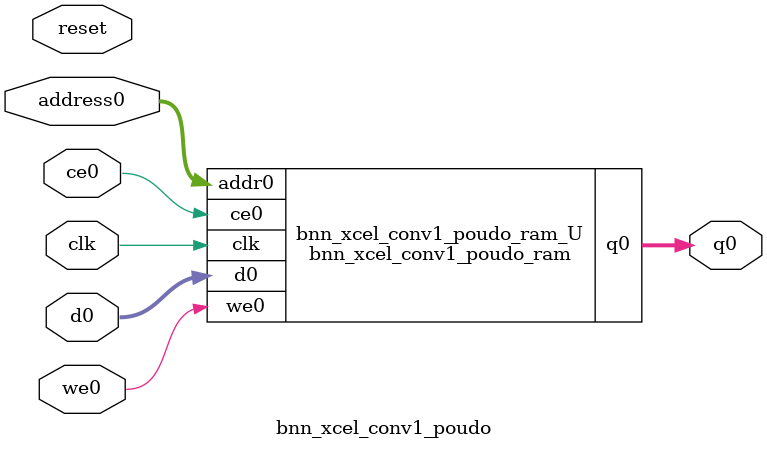
<source format=v>
`timescale 1 ns / 1 ps
module bnn_xcel_conv1_poudo_ram (addr0, ce0, d0, we0, q0,  clk);

parameter DWIDTH = 16;
parameter AWIDTH = 6;
parameter MEM_SIZE = 64;

input[AWIDTH-1:0] addr0;
input ce0;
input[DWIDTH-1:0] d0;
input we0;
output reg[DWIDTH-1:0] q0;
input clk;

(* ram_style = "block" *)reg [DWIDTH-1:0] ram[0:MEM_SIZE-1];




always @(posedge clk)  
begin 
    if (ce0) begin
        if (we0) 
            ram[addr0] <= d0; 
        q0 <= ram[addr0];
    end
end


endmodule

`timescale 1 ns / 1 ps
module bnn_xcel_conv1_poudo(
    reset,
    clk,
    address0,
    ce0,
    we0,
    d0,
    q0);

parameter DataWidth = 32'd16;
parameter AddressRange = 32'd64;
parameter AddressWidth = 32'd6;
input reset;
input clk;
input[AddressWidth - 1:0] address0;
input ce0;
input we0;
input[DataWidth - 1:0] d0;
output[DataWidth - 1:0] q0;



bnn_xcel_conv1_poudo_ram bnn_xcel_conv1_poudo_ram_U(
    .clk( clk ),
    .addr0( address0 ),
    .ce0( ce0 ),
    .we0( we0 ),
    .d0( d0 ),
    .q0( q0 ));

endmodule


</source>
